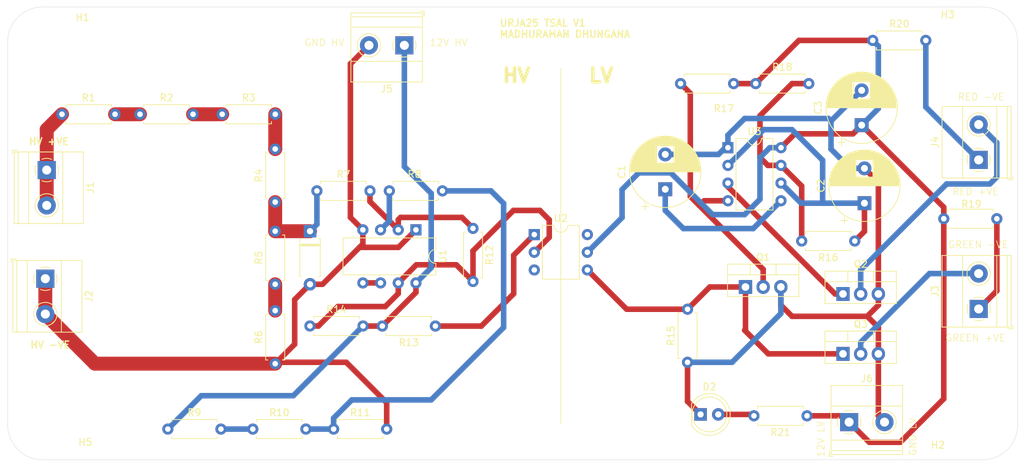
<source format=kicad_pcb>
(kicad_pcb (version 20240108) (generator "pcbnew") (generator_version "8.0")
  (layers (0 "F.Cu" signal) (31 "B.Cu" signal) (34 "B.Paste" user) (35 "F.Paste" user) (36 "B.SilkS" user "B.Silkscreen") (37 "F.SilkS" user "F.Silkscreen") (38 "B.Mask" user) (39 "F.Mask" user) (44 "Edge.Cuts" user))
  (net 0 "")
  (net 1 "GND1")
  (net 2 "Net-(U3-CV)")
  (net 3 "Net-(U3-THR)")
  (net 4 "+12VA")
  (net 5 "HV -VE")
  (net 6 "Net-(D1-K)")
  (net 7 "HV +VE")
  (net 8 "/Green LED +Ve")
  (net 9 "/Green LED -Ve")
  (net 10 "/RED LED +VE")
  (net 11 "/RED LED -VE")
  (net 12 "+12V")
  (net 13 "Net-(Q1-D)")
  (net 14 "Net-(Q1-G)")
  (net 15 "Net-(Q2-G)")
  (net 16 "Net-(R1-Pad2)")
  (net 17 "Net-(R2-Pad2)")
  (net 18 "Net-(R3-Pad2)")
  (net 19 "Net-(R5-Pad1)")
  (net 20 "Net-(U1-+)")
  (net 21 "Net-(U1--)")
  (net 22 "Net-(R10-Pad2)")
  (net 23 "Net-(R10-Pad1)")
  (net 24 "Net-(R12-Pad2)")
  (net 25 "Net-(R13-Pad1)")
  (net 26 "Net-(U3-DIS)")
  (net 27 "Net-(U1-BAL)")
  (net 30 "Net-(D2-A)")
  (footprint "Resistor_THT:R_Axial_DIN0207_L6.3mm_D2.5mm_P7.62mm_Horizontal" (layer "F.Cu") (at 58.245 110.705)
    (property "Reference" "R2" (at 3.81 -2.37 0) (layer "F.SilkS"))
    (property "Value" "249K")
    (pad "1" thru_hole circle (at 0 0) (size 1.6 1.6) (drill 0.8) (layers "*.Cu" "*.Mask") (net 16 "Net-(R1-Pad2)"))
    (pad "2" thru_hole oval (at 7.62 0) (size 1.6 1.6) (drill 0.8) (layers "*.Cu" "*.Mask") (net 17 "Net-(R2-Pad2)"))
  )
  (footprint "Resistor_THT:R_Axial_DIN0207_L6.3mm_D2.5mm_P7.62mm_Horizontal" (layer "F.Cu") (at 62.245 155.905)
    (property "Reference" "R9" (at 3.81 -2.37 0) (layer "F.SilkS"))
    (property "Value" "75K")
    (pad "1" thru_hole circle (at 0 0) (size 1.6 1.6) (drill 0.8) (layers "*.Cu" "*.Mask") (net 12 "+12V"))
    (pad "2" thru_hole oval (at 7.62 0) (size 1.6 1.6) (drill 0.8) (layers "*.Cu" "*.Mask") (net 23 "Net-(R10-Pad1)"))
  )
  (footprint "Resistor_THT:R_Axial_DIN0207_L6.3mm_D2.5mm_P7.62mm_Horizontal" (layer "F.Cu") (at 86.045 155.905)
    (property "Reference" "R11" (at 3.81 -2.37 0) (layer "F.SilkS"))
    (property "Value" "900")
    (pad "1" thru_hole circle (at 0 0) (size 1.6 1.6) (drill 0.8) (layers "*.Cu" "*.Mask") (net 22 "Net-(R10-Pad2)"))
    (pad "2" thru_hole oval (at 7.62 0) (size 1.6 1.6) (drill 0.8) (layers "*.Cu" "*.Mask") (net 5 "HV -VE"))
  )
  (footprint "MountingHole:MountingHole_4.3mm_M4" (layer "F.Cu") (at 179.390534 155.369466)
    (property "Reference" "H2" (at -6.590534 2.830534 0) (layer "F.SilkS"))
    (property "Value" "MountingHole")
    (pad "" np_thru_hole circle (at 0 0) (size 4.3 4.3) (drill 4.3) (layers "*.Cu" "*.Mask"))
  )
  (footprint "MountingHole:MountingHole_4.3mm_M4" (layer "F.Cu") (at 44.190534 100.169466)
    (property "Reference" "H1" (at 5.809466 -3.369466 0) (layer "F.SilkS"))
    (property "Value" "MountingHole")
    (pad "" np_thru_hole circle (at 0 0) (size 4.3 4.3) (drill 4.3) (layers "*.Cu" "*.Mask"))
  )
  (footprint "Package_TO_SOT_THT:TO-220-3_Vertical" (layer "F.Cu") (at 145.175 135.505)
    (property "Reference" "Q1" (at 2.54 -4.27 0) (layer "F.SilkS"))
    (property "Value" "IRLZ44N")
    (pad "1" thru_hole rect (at 0 0) (size 1.905 2) (drill 1.1) (layers "*.Cu" "*.Mask") (net 14 "Net-(Q1-G)"))
    (pad "2" thru_hole oval (at 2.54 0) (size 1.905 2) (drill 1.1) (layers "*.Cu" "*.Mask") (net 13 "Net-(Q1-D)"))
    (pad "3" thru_hole oval (at 5.08 0) (size 1.905 2) (drill 1.1) (layers "*.Cu" "*.Mask") (net 1 "GND1"))
  )
  (footprint "Resistor_THT:R_Axial_DIN0207_L6.3mm_D2.5mm_P7.62mm_Horizontal" (layer "F.Cu") (at 100.655 141.115 180)
    (property "Reference" "R13" (at 3.81 -2.37 0) (layer "F.SilkS"))
    (property "Value" "2k2")
    (pad "1" thru_hole circle (at 0 0 180) (size 1.6 1.6) (drill 0.8) (layers "*.Cu" "*.Mask") (net 25 "Net-(R13-Pad1)"))
    (pad "2" thru_hole oval (at 7.62 0 180) (size 1.6 1.6) (drill 0.8) (layers "*.Cu" "*.Mask") (net 12 "+12V"))
  )
  (footprint "Capacitor_THT:CP_Radial_D10.0mm_P5.00mm" (layer "F.Cu") (at 133.655 121.472677 90)
    (property "Reference" "C1" (at 2.5 -6.25 90) (layer "F.SilkS"))
    (property "Value" "100nf")
    (pad "1" thru_hole rect (at 0 0 90) (size 2 2) (drill 1) (layers "*.Cu" "*.Mask") (net 2 "Net-(U3-CV)"))
    (pad "2" thru_hole circle (at 5 0 90) (size 2 2) (drill 1) (layers "*.Cu" "*.Mask") (net 1 "GND1"))
  )
  (footprint "Resistor_THT:R_Axial_DIN0207_L6.3mm_D2.5mm_P7.62mm_Horizontal" (layer "F.Cu") (at 77.655 146.515 90)
    (property "Reference" "R6" (at 3.81 -2.37 90) (layer "F.SilkS"))
    (property "Value" "49K9")
    (pad "1" thru_hole circle (at 0 0 90) (size 1.6 1.6) (drill 0.8) (layers "*.Cu" "*.Mask") (net 5 "HV -VE"))
    (pad "2" thru_hole oval (at 7.62 0 90) (size 1.6 1.6) (drill 0.8) (layers "*.Cu" "*.Mask") (net 19 "Net-(R5-Pad1)"))
  )
  (footprint "TerminalBlock_Phoenix:TerminalBlock_Phoenix_MKDS-1,5-2-5.08_1x02_P5.08mm_Horizontal" (layer "F.Cu") (at 96.2 100.81 180)
    (property "Reference" "J5" (at 2.54 -6.26 0) (layer "F.SilkS"))
    (property "Value" "Conn_01x02_Pin")
    (pad "1" thru_hole rect (at 0 0 180) (size 2.6 2.6) (drill 1.3) (layers "*.Cu" "*.Mask") (net 12 "+12V"))
    (pad "2" thru_hole circle (at 5.08 0 180) (size 2.6 2.6) (drill 1.3) (layers "*.Cu" "*.Mask") (net 5 "HV -VE"))
  )
  (footprint "Resistor_THT:R_Axial_DIN0207_L6.3mm_D2.5mm_P7.62mm_Horizontal" (layer "F.Cu") (at 143.475 106.305 180)
    (property "Reference" "R17" (at 1.41 -3.57 0) (layer "F.SilkS"))
    (property "Value" "10K")
    (pad "1" thru_hole circle (at 0 0 180) (size 1.6 1.6) (drill 0.8) (layers "*.Cu" "*.Mask") (net 4 "+12VA"))
    (pad "2" thru_hole oval (at 7.62 0 180) (size 1.6 1.6) (drill 0.8) (layers "*.Cu" "*.Mask") (net 13 "Net-(Q1-D)"))
  )
  (footprint "Capacitor_THT:CP_Radial_D10.0mm_P5.00mm" (layer "F.Cu") (at 162.255 123.472677 90)
    (property "Reference" "C2" (at 2.5 -6.25 90) (layer "F.SilkS"))
    (property "Value" "1uF")
    (pad "1" thru_hole rect (at 0 0 90) (size 2 2) (drill 1) (layers "*.Cu" "*.Mask") (net 3 "Net-(U3-THR)"))
    (pad "2" thru_hole circle (at 5 0 90) (size 2 2) (drill 1) (layers "*.Cu" "*.Mask") (net 1 "GND1"))
  )
  (footprint "Resistor_THT:R_Axial_DIN0207_L6.3mm_D2.5mm_P7.62mm_Horizontal" (layer "F.Cu") (at 77.655 123.315 90)
    (property "Reference" "R4" (at 3.81 -2.37 90) (layer "F.SilkS"))
    (property "Value" "249K")
    (pad "1" thru_hole circle (at 0 0 90) (size 1.6 1.6) (drill 0.8) (layers "*.Cu" "*.Mask") (net 6 "Net-(D1-K)"))
    (pad "2" thru_hole oval (at 7.62 0 90) (size 1.6 1.6) (drill 0.8) (layers "*.Cu" "*.Mask") (net 18 "Net-(R3-Pad2)"))
  )
  (footprint "Resistor_THT:R_Axial_DIN0207_L6.3mm_D2.5mm_P7.62mm_Horizontal" (layer "F.Cu") (at 160.865 128.905 180)
    (property "Reference" "R16" (at 3.81 -2.37 0) (layer "F.SilkS"))
    (property "Value" "220K")
    (pad "1" thru_hole circle (at 0 0 180) (size 1.6 1.6) (drill 0.8) (layers "*.Cu" "*.Mask") (net 3 "Net-(U3-THR)"))
    (pad "2" thru_hole oval (at 7.62 0 180) (size 1.6 1.6) (drill 0.8) (layers "*.Cu" "*.Mask") (net 26 "Net-(U3-DIS)"))
  )
  (footprint "Diode_THT:D_A-405_P7.62mm_Horizontal" (layer "F.Cu") (at 82.655 127.495 -90)
    (property "Reference" "D1" (hide yes))
    (property "Value" "12V")
    (pad "1" thru_hole rect (at 0 0 270) (size 1.8 1.8) (drill 0.9) (layers "*.Cu" "*.Mask") (net 6 "Net-(D1-K)"))
    (pad "2" thru_hole oval (at 7.62 0 270) (size 1.8 1.8) (drill 0.9) (layers "*.Cu" "*.Mask") (net 5 "HV -VE"))
  )
  (footprint "Resistor_THT:R_Axial_DIN0207_L6.3mm_D2.5mm_P7.62mm_Horizontal" (layer "F.Cu") (at 154.01 154 180)
    (property "Reference" "R21" (at 3.81 -2.37 0) (layer "F.SilkS"))
    (property "Value" "1K")
    (pad "1" thru_hole circle (at 0 0 180) (size 1.6 1.6) (drill 0.8) (layers "*.Cu" "*.Mask") (net 4 "+12VA"))
    (pad "2" thru_hole oval (at 7.62 0 180) (size 1.6 1.6) (drill 0.8) (layers "*.Cu" "*.Mask") (net 30 "Net-(D2-A)"))
  )
  (footprint "Package_DIP:CERDIP-8_W7.62mm_SideBrazed" (layer "F.Cu") (at 97.865 127.3 -90)
    (property "Reference" "U1" (at 3.81 -3.855 90) (layer "F.SilkS"))
    (property "Value" "LM311")
    (pad "1" thru_hole rect (at 0 0 270) (size 1.6 1.6) (drill 0.8) (layers "*.Cu" "*.Mask") (net 5 "HV -VE"))
    (pad "2" thru_hole circle (at 0 2.54 270) (size 1.6 1.6) (drill 0.8) (layers "*.Cu" "*.Mask") (net 20 "Net-(U1-+)"))
    (pad "3" thru_hole circle (at 0 5.08 270) (size 1.6 1.6) (drill 0.8) (layers "*.Cu" "*.Mask") (net 21 "Net-(U1--)"))
    (pad "4" thru_hole circle (at 0 7.62 270) (size 1.6 1.6) (drill 0.8) (layers "*.Cu" "*.Mask") (net 5 "HV -VE"))
    (pad "5" thru_hole circle (at 7.62 7.62 270) (size 1.6 1.6) (drill 0.8) (layers "*.Cu" "*.Mask") (net 27 "Net-(U1-BAL)"))
    (pad "6" thru_hole circle (at 7.62 5.08 270) (size 1.6 1.6) (drill 0.8) (layers "*.Cu" "*.Mask") (net 27 "Net-(U1-BAL)"))
    (pad "7" thru_hole circle (at 7.62 2.54 270) (size 1.6 1.6) (drill 0.8) (layers "*.Cu" "*.Mask") (net 24 "Net-(R12-Pad2)"))
    (pad "8" thru_hole circle (at 7.62 0 270) (size 1.6 1.6) (drill 0.8) (layers "*.Cu" "*.Mask") (net 12 "+12V"))
  )
  (footprint "Resistor_THT:R_Axial_DIN0207_L6.3mm_D2.5mm_P7.62mm_Horizontal" (layer "F.Cu") (at 146.645 106.305)
    (property "Reference" "R18" (at 3.81 -2.37 0) (layer "F.SilkS"))
    (property "Value" "22K")
    (pad "1" thru_hole circle (at 0 0) (size 1.6 1.6) (drill 0.8) (layers "*.Cu" "*.Mask") (net 4 "+12VA"))
    (pad "2" thru_hole oval (at 7.62 0) (size 1.6 1.6) (drill 0.8) (layers "*.Cu" "*.Mask") (net 26 "Net-(U3-DIS)"))
  )
  (footprint "Package_DIP:DIP-8_W7.62mm" (layer "F.Cu") (at 142.655 115.505)
    (property "Reference" "U3" (at 3.81 -2.33 0) (layer "F.SilkS"))
    (property "Value" "NE555P")
    (pad "1" thru_hole rect (at 0 0) (size 1.6 1.6) (drill 0.8) (layers "*.Cu" "*.Mask") (net 1 "GND1"))
    (pad "2" thru_hole oval (at 0 2.54) (size 1.6 1.6) (drill 0.8) (layers "*.Cu" "*.Mask") (net 3 "Net-(U3-THR)"))
    (pad "3" thru_hole oval (at 0 5.08) (size 1.6 1.6) (drill 0.8) (layers "*.Cu" "*.Mask") (net 15 "Net-(Q2-G)"))
    (pad "4" thru_hole oval (at 0 7.62) (size 1.6 1.6) (drill 0.8) (layers "*.Cu" "*.Mask") (net 13 "Net-(Q1-D)"))
    (pad "5" thru_hole oval (at 7.62 7.62) (size 1.6 1.6) (drill 0.8) (layers "*.Cu" "*.Mask") (net 2 "Net-(U3-CV)"))
    (pad "6" thru_hole oval (at 7.62 5.08) (size 1.6 1.6) (drill 0.8) (layers "*.Cu" "*.Mask") (net 3 "Net-(U3-THR)"))
    (pad "7" thru_hole oval (at 7.62 2.54) (size 1.6 1.6) (drill 0.8) (layers "*.Cu" "*.Mask") (net 26 "Net-(U3-DIS)"))
    (pad "8" thru_hole oval (at 7.62 0) (size 1.6 1.6) (drill 0.8) (layers "*.Cu" "*.Mask") (net 4 "+12VA"))
  )
  (footprint "Package_TO_SOT_THT:TO-220-3_Vertical" (layer "F.Cu") (at 159.175 145.105)
    (property "Reference" "Q3" (at 2.54 -4.27 0) (layer "F.SilkS"))
    (property "Value" "IRLZ44N")
    (pad "1" thru_hole rect (at 0 0) (size 1.905 2) (drill 1.1) (layers "*.Cu" "*.Mask") (net 14 "Net-(Q1-G)"))
    (pad "2" thru_hole oval (at 2.54 0) (size 1.905 2) (drill 1.1) (layers "*.Cu" "*.Mask") (net 9 "/Green LED -Ve"))
    (pad "3" thru_hole oval (at 5.08 0) (size 1.905 2) (drill 1.1) (layers "*.Cu" "*.Mask") (net 1 "GND1"))
  )
  (footprint "TerminalBlock_Phoenix:TerminalBlock_Phoenix_MKDS-1,5-2-5.08_1x02_P5.08mm_Horizontal" (layer "F.Cu") (at 160.055 154.905)
    (property "Reference" "J6" (at 2.54 -6.26 0) (layer "F.SilkS"))
    (property "Value" "Conn_01x02_Pin")
    (pad "1" thru_hole rect (at 0 0) (size 2.6 2.6) (drill 1.3) (layers "*.Cu" "*.Mask") (net 4 "+12VA"))
    (pad "2" thru_hole circle (at 5.08 0) (size 2.6 2.6) (drill 1.3) (layers "*.Cu" "*.Mask") (net 1 "GND1"))
  )
  (footprint "Package_DIP:DIP-6_W7.62mm" (layer "F.Cu") (at 114.855 127.98)
    (property "Reference" "U2" (at 3.81 -2.33 0) (layer "F.SilkS"))
    (property "Value" "4N35")
    (pad "1" thru_hole rect (at 0 0) (size 1.6 1.6) (drill 0.8) (layers "*.Cu" "*.Mask") (net 25 "Net-(R13-Pad1)"))
    (pad "2" thru_hole oval (at 0 2.54) (size 1.6 1.6) (drill 0.8) (layers "*.Cu" "*.Mask") (net 24 "Net-(R12-Pad2)"))
    (pad "3" thru_hole oval (at 0 5.08) (size 1.6 1.6) (drill 0.8) (layers "*.Cu" "*.Mask"))
    (pad "4" thru_hole oval (at 7.62 5.08) (size 1.6 1.6) (drill 0.8) (layers "*.Cu" "*.Mask") (net 14 "Net-(Q1-G)"))
    (pad "5" thru_hole oval (at 7.62 2.54) (size 1.6 1.6) (drill 0.8) (layers "*.Cu" "*.Mask") (net 4 "+12VA"))
    (pad "6" thru_hole oval (at 7.62 0) (size 1.6 1.6) (drill 0.8) (layers "*.Cu" "*.Mask"))
  )
  (footprint "LED_THT:LED_D5.0mm" (layer "F.Cu") (at 138.725 153.8)
    (property "Reference" "D2" (at 1.27 -3.96 0) (layer "F.SilkS"))
    (property "Value" "LED")
    (pad "1" thru_hole rect (at 0 0) (size 1.8 1.8) (drill 0.9) (layers "*.Cu" "*.Mask") (net 1 "GND1"))
    (pad "2" thru_hole circle (at 2.54 0) (size 1.8 1.8) (drill 0.9) (layers "*.Cu" "*.Mask") (net 30 "Net-(D2-A)"))
  )
  (footprint "Resistor_THT:R_Axial_DIN0207_L6.3mm_D2.5mm_P7.62mm_Horizontal" (layer "F.Cu") (at 173.645 125.705)
    (property "Reference" "R19" (at 3.955 -2.105 0) (layer "F.SilkS"))
    (property "Value" "100")
    (pad "1" thru_hole circle (at 0 0) (size 1.6 1.6) (drill 0.8) (layers "*.Cu" "*.Mask") (net 4 "+12VA"))
    (pad "2" thru_hole oval (at 7.62 0) (size 1.6 1.6) (drill 0.8) (layers "*.Cu" "*.Mask") (net 8 "/Green LED +Ve"))
  )
  (footprint "MountingHole:MountingHole_4.3mm_M4" (layer "F.Cu") (at 44.190534 155.369466)
    (property "Reference" "H5" (at 6.209466 2.430534 0) (layer "F.SilkS"))
    (property "Value" "MountingHole")
    (pad "" np_thru_hole circle (at 0 0) (size 4.3 4.3) (drill 4.3) (layers "*.Cu" "*.Mask"))
  )
  (footprint "Resistor_THT:R_Axial_DIN0207_L6.3mm_D2.5mm_P7.62mm_Horizontal" (layer "F.Cu") (at 163.445 100.105)
    (property "Reference" "R20" (at 3.81 -2.37 0) (layer "F.SilkS"))
    (property "Value" "100")
    (pad "1" thru_hole circle (at 0 0) (size 1.6 1.6) (drill 0.8) (layers "*.Cu" "*.Mask") (net 4 "+12VA"))
    (pad "2" thru_hole oval (at 7.62 0) (size 1.6 1.6) (drill 0.8) (layers "*.Cu" "*.Mask") (net 10 "/RED LED +VE"))
  )
  (footprint "Resistor_THT:R_Axial_DIN0207_L6.3mm_D2.5mm_P7.62mm_Horizontal" (layer "F.Cu") (at 77.655 135.115 90)
    (property "Reference" "R5" (at 3.81 -2.37 90) (layer "F.SilkS"))
    (property "Value" "49K9")
    (pad "1" thru_hole circle (at 0 0 90) (size 1.6 1.6) (drill 0.8) (layers "*.Cu" "*.Mask") (net 19 "Net-(R5-Pad1)"))
    (pad "2" thru_hole oval (at 7.62 0 90) (size 1.6 1.6) (drill 0.8) (layers "*.Cu" "*.Mask") (net 6 "Net-(D1-K)"))
  )
  (footprint "TerminalBlock_Phoenix:TerminalBlock_Phoenix_MKDS-1,5-2-5.08_1x02_P5.08mm_Horizontal" (layer "F.Cu") (at 178.655 117.26 90)
    (property "Reference" "J4" (at 2.54 -6.26 90) (layer "F.SilkS"))
    (property "Value" "Conn_01x02_Pin")
    (pad "1" thru_hole rect (at 0 0 90) (size 2.6 2.6) (drill 1.3) (layers "*.Cu" "*.Mask") (net 10 "/RED LED +VE"))
    (pad "2" thru_hole circle (at 5.08 0 90) (size 2.6 2.6) (drill 1.3) (layers "*.Cu" "*.Mask") (net 11 "/RED LED -VE"))
  )
  (footprint "Capacitor_THT:CP_Radial_D10.0mm_P5.00mm" (layer "F.Cu") (at 161.855 112.272677 90)
    (property "Reference" "C3" (at 2.5 -6.25 90) (layer "F.SilkS"))
    (property "Value" "100nF")
    (pad "1" thru_hole rect (at 0 0 90) (size 2 2) (drill 1) (layers "*.Cu" "*.Mask") (net 4 "+12VA"))
    (pad "2" thru_hole circle (at 5 0 90) (size 2 2) (drill 1) (layers "*.Cu" "*.Mask") (net 1 "GND1"))
  )
  (footprint "Resistor_THT:R_Axial_DIN0207_L6.3mm_D2.5mm_P7.62mm_Horizontal" (layer "F.Cu") (at 74.445 155.905)
    (property "Reference" "R10" (at 3.81 -2.37 0) (layer "F.SilkS"))
    (property "Value" "24K")
    (pad "1" thru_hole circle (at 0 0) (size 1.6 1.6) (drill 0.8) (layers "*.Cu" "*.Mask") (net 23 "Net-(R10-Pad1)"))
    (pad "2" thru_hole oval (at 7.62 0) (size 1.6 1.6) (drill 0.8) (layers "*.Cu" "*.Mask") (net 22 "Net-(R10-Pad2)"))
  )
  (footprint "TerminalBlock_Phoenix:TerminalBlock_Phoenix_MKDS-1,5-2-5.08_1x02_P5.08mm_Horizontal" (layer "F.Cu") (at 178.655 138.66 90)
    (property "Reference" "J3" (at 2.54 -6.26 90) (layer "F.SilkS"))
    (property "Value" "Conn_01x02_Pin")
    (pad "1" thru_hole rect (at 0 0 90) (size 2.6 2.6) (drill 1.3) (layers "*.Cu" "*.Mask") (net 8 "/Green LED +Ve"))
    (pad "2" thru_hole circle (at 5.08 0 90) (size 2.6 2.6) (drill 1.3) (layers "*.Cu" "*.Mask") (net 9 "/Green LED -Ve"))
  )
  (footprint "Resistor_THT:R_Axial_DIN0207_L6.3mm_D2.5mm_P7.62mm_Horizontal" (layer "F.Cu") (at 82.645 141.105)
    (property "Reference" "R14" (at 3.81 -2.37 0) (layer "F.SilkS"))
    (property "Value" "10K")
    (pad "1" thru_hole circle (at 0 0) (size 1.6 1.6) (drill 0.8) (layers "*.Cu" "*.Mask") (net 24 "Net-(R12-Pad2)"))
    (pad "2" thru_hole oval (at 7.62 0) (size 1.6 1.6) (drill 0.8) (layers "*.Cu" "*.Mask") (net 12 "+12V"))
  )
  (footprint "Resistor_THT:R_Axial_DIN0207_L6.3mm_D2.5mm_P7.62mm_Horizontal" (layer "F.Cu") (at 101.665 121.705 180)
    (property "Reference" "R8" (at 4.01 2.4 0) (layer "F.SilkS"))
    (property "Value" "10K")
    (pad "1" thru_hole circle (at 0 0 180) (size 1.6 1.6) (drill 0.8) (layers "*.Cu" "*.Mask") (net 22 "Net-(R10-Pad2)"))
    (pad "2" thru_hole oval (at 7.62 0 180) (size 1.6 1.6) (drill 0.8) (layers "*.Cu" "*.Mask") (net 21 "Net-(U1--)"))
  )
  (footprint "Resistor_THT:R_Axial_DIN0207_L6.3mm_D2.5mm_P7.62mm_Horizontal" (layer "F.Cu") (at 106.055 127.095 -90)
    (property "Reference" "R12" (at 3.81 -2.37 90) (layer "F.SilkS"))
    (property "Value" "1M")
    (pad "1" thru_hole circle (at 0 0 270) (size 1.6 1.6) (drill 0.8) (layers "*.Cu" "*.Mask") (net 20 "Net-(U1-+)"))
    (pad "2" thru_hole oval (at 7.62 0 270) (size 1.6 1.6) (drill 0.8) (layers "*.Cu" "*.Mask") (net 24 "Net-(R12-Pad2)"))
  )
  (footprint "MountingHole:MountingHole_4.3mm_M4" (layer "F.Cu") (at 178.990534 100.369466)
    (property "Reference" "H3" (at -4.790534 -3.969466 0) (layer "F.SilkS"))
    (property "Value" "MountingHole")
    (pad "" np_thru_hole circle (at 0 0) (size 4.3 4.3) (drill 4.3) (layers "*.Cu" "*.Mask"))
  )
  (footprint "TerminalBlock_Phoenix:TerminalBlock_Phoenix_MKDS-1,5-2-5.08_1x02_P5.08mm_Horizontal" (layer "F.Cu") (at 44.655 134.315 -90)
    (property "Reference" "J2" (at 2.54 -6.26 90) (layer "F.SilkS"))
    (property "Value" "Conn_01x02_Pin")
    (pad "1" thru_hole rect (at 0 0 270) (size 2.6 2.6) (drill 1.3) (layers "*.Cu" "*.Mask") (net 5 "HV -VE"))
    (pad "2" thru_hole circle (at 5.08 0 270) (size 2.6 2.6) (drill 1.3) (layers "*.Cu" "*.Mask") (net 5 "HV -VE"))
  )
  (footprint "Resistor_THT:R_Axial_DIN0207_L6.3mm_D2.5mm_P7.62mm_Horizontal" (layer "F.Cu") (at 83.645 121.705)
    (property "Reference" "R7" (at 3.81 -2.37 0) (layer "F.SilkS"))
    (property "Value" "100")
    (pad "1" thru_hole circle (at 0 0) (size 1.6 1.6) (drill 0.8) (layers "*.Cu" "*.Mask") (net 6 "Net-(D1-K)"))
    (pad "2" thru_hole oval (at 7.62 0) (size 1.6 1.6) (drill 0.8) (layers "*.Cu" "*.Mask") (net 20 "Net-(U1-+)"))
  )
  (footprint "Resistor_THT:R_Axial_DIN0207_L6.3mm_D2.5mm_P7.62mm_Horizontal" (layer "F.Cu") (at 70.045 110.705)
    (property "Reference" "R3" (at 3.81 -2.37 0) (layer "F.SilkS"))
    (property "Value" "249K")
    (pad "1" thru_hole circle (at 0 0) (size 1.6 1.6) (drill 0.8) (layers "*.Cu" "*.Mask") (net 17 "Net-(R2-Pad2)"))
    (pad "2" thru_hole oval (at 7.62 0) (size 1.6 1.6) (drill 0.8) (layers "*.Cu" "*.Mask") (net 18 "Net-(R3-Pad2)"))
  )
  (footprint "Package_TO_SOT_THT:TO-220-3_Vertical" (layer "F.Cu") (at 159.175 136.505)
    (property "Reference" "Q2" (at 2.54 -4.27 0) (layer "F.SilkS"))
    (property "Value" "IRLZ44N")
    (pad "1" thru_hole rect (at 0 0) (size 1.905 2) (drill 1.1) (layers "*.Cu" "*.Mask") (net 15 "Net-(Q2-G)"))
    (pad "2" thru_hole oval (at 2.54 0) (size 1.905 2) (drill 1.1) (layers "*.Cu" "*.Mask") (net 11 "/RED LED -VE"))
    (pad "3" thru_hole oval (at 5.08 0) (size 1.905 2) (drill 1.1) (layers "*.Cu" "*.Mask") (net 1 "GND1"))
  )
  (footprint "Resistor_THT:R_Axial_DIN0207_L6.3mm_D2.5mm_P7.62mm_Horizontal" (layer "F.Cu") (at 47.045 110.705)
    (property "Reference" "R1" (at 3.81 -2.37 0) (layer "F.SilkS"))
    (property "Value" "249K")
    (pad "1" thru_hole circle (at 0 0) (size 1.6 1.6) (drill 0.8) (layers "*.Cu" "*.Mask") (net 7 "HV +VE"))
    (pad "2" thru_hole oval (at 7.62 0) (size 1.6 1.6) (drill 0.8) (layers "*.Cu" "*.Mask") (net 16 "Net-(R1-Pad2)"))
  )
  (footprint "Resistor_THT:R_Axial_DIN0207_L6.3mm_D2.5mm_P7.62mm_Horizontal" (layer "F.Cu") (at 136.855 146.315 90)
    (property "Reference" "R15" (at 3.81 -2.37 90) (layer "F.SilkS"))
    (property "Value" "10K")
    (pad "1" thru_hole circle (at 0 0 90) (size 1.6 1.6) (drill 0.8) (layers "*.Cu" "*.Mask") (net 1 "GND1"))
    (pad "2" thru_hole oval (at 7.62 0 90) (size 1.6 1.6) (drill 0.8) (layers "*.Cu" "*.Mask") (net 14 "Net-(Q1-G)"))
  )
  (footprint "TerminalBlock_Phoenix:TerminalBlock_Phoenix_MKDS-1,5-2-5.08_1x02_P5.08mm_Horizontal" (layer "F.Cu") (at 44.855 118.715 -90)
    (property "Reference" "J1" (at 2.54 -6.26 90) (layer "F.SilkS"))
    (property "Value" "Conn_01x02_Pin")
    (pad "1" thru_hole rect (at 0 0 270) (size 2.6 2.6) (drill 1.3) (layers "*.Cu" "*.Mask") (net 7 "HV +VE"))
    (pad "2" thru_hole circle (at 5.08 0 270) (size 2.6 2.6) (drill 1.3) (layers "*.Cu" "*.Mask") (net 7 "HV +VE"))
  )
  (gr_line (start 118.655 130.305) (end 118.655 155.105) (stroke (width 0.1)) (layer "F.SilkS"))
  (gr_line (start 118.655 130.305) (end 118.655 104.105) (stroke (width 0.1)) (layer "F.SilkS"))
  (gr_line (start 184.255 100.305) (end 184.255 155.305) (stroke (width 0.05)) (layer "Edge.Cuts"))
  (gr_arc (start 39.255 100.305) (mid 40.719466 96.769466) (end 44.255 95.305) (stroke (width 0.05)) (layer "Edge.Cuts"))
  (gr_line (start 44.255 95.305) (end 179.255 95.305) (stroke (width 0.05)) (layer "Edge.Cuts"))
  (gr_arc (start 179.255 95.305) (mid 182.790534 96.769466) (end 184.255 100.305) (stroke (width 0.05)) (layer "Edge.Cuts"))
  (gr_line (start 39.255 100.305) (end 39.255 155.305) (stroke (width 0.05)) (layer "Edge.Cuts"))
  (gr_arc (start 44.255 160.305) (mid 40.719466 158.840534) (end 39.255 155.305) (stroke (width 0.05)) (layer "Edge.Cuts"))
  (gr_arc (start 184.255 155.305) (mid 182.790534 158.840534) (end 179.255 160.305) (stroke (width 0.05)) (layer "Edge.Cuts"))
  (gr_line (start 44.255 160.305) (end 179.255 160.305) (stroke (width 0.05)) (layer "Edge.Cuts"))
  (gr_text "GREEN -VE" (at 174.2 130 0) (layer "F.SilkS") (effects (font (size 1 1) (thickness 0.1)) (justify left bottom)))
  (gr_text "URJA25 TSAL V1 \nMADHURAMAN DHUNGANA" (at 109.8 99.8 0) (layer "F.SilkS") (effects (font (size 1 1) (thickness 0.2) (bold yes)) (justify left bottom)))
  (gr_text "12V LV" (at 156.6 160 90) (layer "F.SilkS") (effects (font (size 1 1) (thickness 0.1)) (justify left bottom)))
  (gr_text "RED -VE" (at 175.6 108.8 0) (layer "F.SilkS") (effects (font (size 1 1) (thickness 0.1)) (justify left bottom)))
  (gr_text "GND LV" (at 169.8 159.8 90) (layer "F.SilkS") (effects (font (size 1 1) (thickness 0.1)) (justify left bottom)))
  (gr_text "HV -VE" (at 42.4 144.4 0) (layer "F.SilkS") (effects (font (size 1 1) (thickness 0.2) (bold yes)) (justify left bottom)))
  (gr_text "HV\n" (at 110.055 106.305 0) (layer "F.SilkS") (effects (font (size 2 2) (thickness 0.5) (bold yes)) (justify left bottom)))
  (gr_text "HV +VE" (at 42.2 115.2 0) (layer "F.SilkS") (effects (font (size 1 1) (thickness 0.2) (bold yes)) (justify left bottom)))
  (gr_text "12V HV" (at 99.8 101 0) (layer "F.SilkS") (effects (font (size 1 1) (thickness 0.1)) (justify left bottom)))
  (gr_text "GREEN +VE" (at 173.8 143.4 0) (layer "F.SilkS") (effects (font (size 1 1) (thickness 0.1)) (justify left bottom)))
  (gr_text "RED +VE" (at 174.8 122.4 0) (layer "F.SilkS") (effects (font (size 1 1) (thickness 0.1)) (justify left bottom)))
  (gr_text "LV\n" (at 122.455 106.305 0) (layer "F.SilkS") (effects (font (size 2 2) (thickness 0.5) (bold yes)) (justify left bottom)))
  (gr_text "GND HV" (at 81.8 101 0) (layer "F.SilkS") (effects (font (size 1 1) (thickness 0.1)) (justify left bottom)))
  (segment (start 162.255 118.472677) (end 164.255 120.472677) (width 0.8) (layer "F.Cu") (net 1))
  (segment (start 164.255 145.105) (end 164.255 154.025) (width 0.8) (layer "F.Cu") (net 1))
  (segment (start 151.855 139.715) (end 162.655 139.715) (width 0.8) (layer "F.Cu") (net 1))
  (segment (start 164.255 120.472677) (end 164.255 136.505) (width 0.8) (layer "F.Cu") (net 1))
  (segment (start 162.655 139.715) (end 164.255 138.115) (width 0.8) (layer "F.Cu") (net 1))
  (segment (start 164.255 154.025) (end 165.135 154.905) (width 0.8) (layer "F.Cu") (net 1))
  (segment (start 150.255 138.115) (end 151.855 139.715) (width 0.8) (layer "F.Cu") (net 1))
  (segment (start 164.255 145.105) (end 164.255 141.315) (width 0.8) (layer "F.Cu") (net 1))
  (segment (start 136.855 146.315) (end 136.855 151.93) (width 0.8) (layer "F.Cu") (net 1))
  (segment (start 136.855 151.93) (end 138.725 153.8) (width 0.8) (layer "F.Cu") (net 1))
  (segment (start 150.255 135.505) (end 150.255 138.115) (width 0.8) (layer "F.Cu") (net 1))
  (segment (start 164.255 141.315) (end 162.655 139.715) (width 0.8) (layer "F.Cu") (net 1))
  (segment (start 164.255 138.115) (end 164.255 136.505) (width 0.8) (layer "F.Cu") (net 1))
  (segment (start 142.655 113.715) (end 145.055 111.315) (width 0.8) (layer "B.Cu") (net 1))
  (segment (start 142.655 115.505) (end 142.265 115.505) (width 0.8) (layer "B.Cu") (net 1))
  (segment (start 136.855 146.315) (end 143.255 146.315) (width 0.8) (layer "B.Cu") (net 1))
  (segment (start 145.055 111.315) (end 157.097323 111.315) (width 0.8) (layer "B.Cu") (net 1))
  (segment (start 141.297323 116.472677) (end 133.655 116.472677) (width 0.8) (layer "B.Cu") (net 1))
  (segment (start 142.265 115.505) (end 141.297323 116.472677) (width 0.8) (layer "B.Cu") (net 1))
  (segment (start 150.255 139.315) (end 150.255 135.505) (width 0.8) (layer "B.Cu") (net 1))
  (segment (start 157.455 115.715) (end 160.212677 118.472677) (width 0.8) (layer "B.Cu") (net 1))
  (segment (start 160.212677 118.472677) (end 162.255 118.472677) (width 0.8) (layer "B.Cu") (net 1))
  (segment (start 157.455 111.672677) (end 157.455 115.715) (width 0.8) (layer "B.Cu") (net 1))
  (segment (start 161.855 107.272677) (end 157.455 111.672677) (width 0.8) (layer "B.Cu") (net 1))
  (segment (start 142.655 115.505) (end 142.655 113.715) (width 0.8) (layer "B.Cu") (net 1))
  (segment (start 157.097323 111.315) (end 157.455 111.672677) (width 0.8) (layer "B.Cu") (net 1))
  (segment (start 143.255 146.315) (end 150.255 139.315) (width 0.8) (layer "B.Cu") (net 1))
  (segment (start 133.655 121.472677) (end 133.655 124.515) (width 0.8) (layer "B.Cu") (net 2))
  (segment (start 136.255 127.115) (end 146.285 127.115) (width 0.8) (layer "B.Cu") (net 2))
  (segment (start 146.285 127.115) (end 150.275 123.125) (width 0.8) (layer "B.Cu") (net 2))
  (segment (start 133.655 124.515) (end 136.255 127.115) (width 0.8) (layer "B.Cu") (net 2))
  (segment (start 162.255 123.472677) (end 162.255 127.515) (width 0.8) (layer "F.Cu") (net 3))
  (segment (start 162.255 127.515) (end 160.865 128.905) (width 0.8) (layer "F.Cu") (net 3))
  (segment (start 162.255 123.472677) (end 156.255 123.472677) (width 0.8) (layer "B.Cu") (net 3))
  (segment (start 156.255 117.315) (end 151.855 112.915) (width 0.8) (layer "B.Cu") (net 3))
  (segment (start 153.162677 123.472677) (end 150.275 120.585) (width 0.8) (layer "B.Cu") (net 3))
  (segment (start 156.255 123.472677) (end 153.162677 123.472677) (width 0.8) (layer "B.Cu") (net 3))
  (segment (start 147.785 112.915) (end 142.655 118.045) (width 0.8) (layer "B.Cu") (net 3))
  (segment (start 151.855 112.915) (end 147.785 112.915) (width 0.8) (layer "B.Cu") (net 3))
  (segment (start 156.255 123.472677) (end 156.255 117.315) (width 0.8) (layer "B.Cu") (net 3))
  (segment (start 160.612677 113.515) (end 152.265 113.515) (width 0.8) (layer "F.Cu") (net 4))
  (segment (start 173.645 125.705) (end 173.645 151.555) (width 0.8) (layer "F.Cu") (net 4))
  (segment (start 173.645 124.062677) (end 161.855 112.272677) (width 0.8) (layer "F.Cu") (net 4))
  (segment (start 167.4 157.8) (end 162.95 157.8) (width 0.8) (layer "F.Cu") (net 4))
  (segment (start 152.265 113.515) (end 150.275 115.505) (width 0.8) (layer "F.Cu") (net 4))
  (segment (start 161.855 112.272677) (end 160.612677 113.515) (width 0.8) (layer "F.Cu") (net 4))
  (segment (start 154.01 154) (end 159.15 154) (width 0.8) (layer "F.Cu") (net 4))
  (segment (start 173.645 151.555) (end 167.4 157.8) (width 0.8) (layer "F.Cu") (net 4))
  (segment (start 143.475 106.305) (end 146.645 106.305) (width 0.8) (layer "F.Cu") (net 4))
  (segment (start 146.645 106.305) (end 152.845 100.105) (width 0.8) (layer "F.Cu") (net 4))
  (segment (start 173.645 125.705) (end 173.645 124.062677) (width 0.8) (layer "F.Cu") (net 4))
  (segment (start 162.95 157.8) (end 160.055 154.905) (width 0.8) (layer "F.Cu") (net 4))
  (segment (start 152.845 100.105) (end 163.445 100.105) (width 0.8) (layer "F.Cu") (net 4))
  (segment (start 159.15 154) (end 160.055 154.905) (width 0.8) (layer "F.Cu") (net 4))
  (segment (start 129.855 119.115) (end 134.455 119.115) (width 0.8) (layer "B.Cu") (net 4))
  (segment (start 148.665 115.505) (end 150.275 115.505) (width 0.8) (layer "B.Cu") (net 4))
  (segment (start 147.255 122.915) (end 147.255 116.915) (width 0.8) (layer "B.Cu") (net 4))
  (segment (start 147.255 116.915) (end 148.665 115.505) (width 0.8) (layer "B.Cu") (net 4))
  (segment (start 164.244999 100.904999) (end 164.244999 109.882678) (width 0.8) (layer "B.Cu") (net 4))
  (segment (start 127.455 125.54) (end 127.455 121.515) (width 0.8) (layer "B.Cu") (net 4))
  (segment (start 145.055 125.115) (end 147.255 122.915) (width 0.8) (layer "B.Cu") (net 4))
  (segment (start 164.244999 109.882678) (end 161.855 112.272677) (width 0.8) (layer "B.Cu") (net 4))
  (segment (start 163.445 100.105) (end 164.244999 100.904999) (width 0.8) (layer "B.Cu") (net 4))
  (segment (start 140.455 125.115) (end 145.055 125.115) (width 0.8) (layer "B.Cu") (net 4))
  (segment (start 134.455 119.115) (end 140.455 125.115) (width 0.8) (layer "B.Cu") (net 4))
  (segment (start 122.475 130.52) (end 127.455 125.54) (width 0.8) (layer "B.Cu") (net 4))
  (segment (start 127.455 121.515) (end 129.855 119.115) (width 0.8) (layer "B.Cu") (net 4))
  (segment (start 44.655 139.395) (end 44.655 134.315) (width 2) (layer "F.Cu") (net 5))
  (segment (start 82.655 135.115) (end 80.455 137.315) (width 0.8) (layer "F.Cu") (net 5))
  (segment (start 89.755 129.815) (end 84.455 135.115) (width 0.8) (layer "F.Cu") (net 5))
  (segment (start 97.865 127.3) (end 95.35 129.815) (width 0.8) (layer "F.Cu") (net 5))
  (segment (start 77.655 146.515) (end 51.775 146.515) (width 2) (layer "F.Cu") (net 5))
  (segment (start 88.455 125.51) (end 90.245 127.3) (width 0.8) (layer "F.Cu") (net 5))
  (segment (start 88.455 103.475) (end 88.455 125.51) (width 0.8) (layer "F.Cu") (net 5))
  (segment (start 84.455 135.115) (end 82.655 135.115) (width 0.8) (layer "F.Cu") (net 5))
  (segment (start 95.35 129.815) (end 89.755 129.815) (width 0.8) (layer "F.Cu") (net 5))
  (segment (start 80.455 137.315) (end 80.455 143.715) (width 0.8) (layer "F.Cu") (net 5))
  (segment (start 90.245 127.3) (end 90.245 129.325) (width 0.8) (layer "F.Cu") (net 5))
  (segment (start 87.855 146.315) (end 77.855 146.315) (width 0.8) (layer "F.Cu") (net 5))
  (segment (start 80.455 143.715) (end 77.655 146.515) (width 0.8) (layer "F.Cu") (net 5))
  (segment (start 91.12 100.81) (end 88.455 103.475) (width 0.8) (layer "F.Cu") (net 5))
  (segment (start 51.775 146.515) (end 44.655 139.395) (width 2) (layer "F.Cu") (net 5))
  (segment (start 93.665 155.905) (end 93.665 152.125) (width 0.8) (layer "F.Cu") (net 5))
  (segment (start 93.665 152.125) (end 87.855 146.315) (width 0.8) (layer "F.Cu") (net 5))
  (segment (start 90.245 129.325) (end 89.755 129.815) (width 0.8) (layer "F.Cu") (net 5))
  (segment (start 77.855 146.315) (end 77.655 146.515) (width 0.8) (layer "F.Cu") (net 5))
  (segment (start 77.655 127.495) (end 82.655 127.495) (width 2) (layer "F.Cu") (net 6))
  (segment (start 77.655 123.315) (end 77.655 127.495) (width 2) (layer "F.Cu") (net 6))
  (segment (start 83.645 121.705) (end 83.645 126.505) (width 0.8) (layer "B.Cu") (net 6))
  (segment (start 83.645 126.505) (end 82.655 127.495) (width 0.8) (layer "B.Cu") (net 6))
  (segment (start 44.855 118.715) (end 44.855 112.895) (width 2) (layer "F.Cu") (net 7))
  (segment (start 44.855 112.895) (end 47.045 110.705) (width 2) (layer "F.Cu") (net 7))
  (segment (start 44.855 123.795) (end 44.855 118.715) (width 2) (layer "F.Cu") (net 7))
  (segment (start 181.265 136.05) (end 181.265 125.705) (width 0.8) (layer "F.Cu") (net 8))
  (segment (start 178.655 138.66) (end 181.265 136.05) (width 0.8) (layer "F.Cu") (net 8))
  (segment (start 178.655 133.58) (end 171.59 133.58) (width 0.8) (layer "B.Cu") (net 9))
  (segment (start 161.715 143.455) (end 161.715 145.105) (width 0.8) (layer "B.Cu") (net 9))
  (segment (start 171.59 133.58) (end 161.715 143.455) (width 0.8) (layer "B.Cu") (net 9))
  (segment (start 171.065 109.67) (end 178.655 117.26) (width 0.8) (layer "B.Cu") (net 10))
  (segment (start 171.065 100.105) (end 171.065 109.67) (width 0.8) (layer "B.Cu") (net 10))
  (segment (start 180.255 120.715) (end 181.255 119.715) (width 0.8) (layer "B.Cu") (net 11))
  (segment (start 161.715 133.055) (end 174.055 120.715) (width 0.8) (layer "B.Cu") (net 11))
  (segment (start 161.715 136.505) (end 161.715 133.055) (width 0.8) (layer "B.Cu") (net 11))
  (segment (start 174.055 120.715) (end 180.255 120.715) (width 0.8) (layer "B.Cu") (net 11))
  (segment (start 181.255 114.78) (end 178.655 112.18) (width 0.8) (layer "B.Cu") (net 11))
  (segment (start 181.255 119.715) (end 181.255 114.78) (width 0.8) (layer "B.Cu") (net 11))
  (segment (start 97.865 136.285) (end 97.865 134.92) (width 0.8) (layer "F.Cu") (net 12))
  (segment (start 93.035 141.115) (end 97.865 136.285) (width 0.8) (layer "F.Cu") (net 12))
  (segment (start 90.275 141.115) (end 90.265 141.105) (width 0.8) (layer "F.Cu") (net 12))
  (segment (start 93.035 141.115) (end 90.275 141.115) (width 0.8) (layer "F.Cu") (net 12))
  (segment (start 96.2 118.219899) (end 100.055 122.074899) (width 0.8) (layer "B.Cu") (net 12))
  (segment (start 62.245 155.905) (end 67.035 151.115) (width 0.8) (layer "B.Cu") (net 12))
  (segment (start 67.035 151.115) (end 80.255 151.115) (width 0.8) (layer "B.Cu") (net 12))
  (segment (start 96.2 100.81) (end 96.2 118.219899) (width 0.8) (layer "B.Cu") (net 12))
  (segment (start 80.255 151.115) (end 90.265 141.105) (width 0.8) (layer "B.Cu") (net 12))
  (segment (start 100.055 122.074899) (end 100.055 132.73) (width 0.8) (layer "B.Cu") (net 12))
  (segment (start 100.055 132.73) (end 97.865 134.92) (width 0.8) (layer "B.Cu") (net 12))
  (segment (start 137.255 122.515) (end 138.555 123.815) (width 0.8) (layer "F.Cu") (net 13))
  (segment (start 139.245 123.125) (end 142.655 123.125) (width 0.8) (layer "F.Cu") (net 13))
  (segment (start 138.555 123.815) (end 147.715 132.975) (width 0.8) (layer "F.Cu") (net 13))
  (segment (start 147.715 132.975) (end 147.715 135.505) (width 0.8) (layer "F.Cu") (net 13))
  (segment (start 137.255 107.705) (end 137.255 122.515) (width 0.8) (layer "F.Cu") (net 13))
  (segment (start 138.555 123.815) (end 139.245 123.125) (width 0.8) (layer "F.Cu") (net 13))
  (segment (start 135.855 106.305) (end 137.255 107.705) (width 0.8) (layer "F.Cu") (net 13))
  (segment (start 145.055 141.715) (end 145.175 141.595) (width 0.8) (layer "F.Cu") (net 14))
  (segment (start 136.855 138.695) (end 128.11 138.695) (width 0.8) (layer "F.Cu") (net 14))
  (segment (start 145.175 141.595) (end 145.175 135.505) (width 0.8) (layer "F.Cu") (net 14))
  (segment (start 159.175 145.105) (end 148.445 145.105) (width 0.8) (layer "F.Cu") (net 14))
  (segment (start 140.045 135.505) (end 136.855 138.695) (width 0.8) (layer "F.Cu") (net 14))
  (segment (start 145.175 135.505) (end 140.045 135.505) (width 0.8) (layer "F.Cu") (net 14))
  (segment (start 148.445 145.105) (end 145.055 141.715) (width 0.8) (layer "F.Cu") (net 14))
  (segment (start 128.11 138.695) (end 122.475 133.06) (width 0.8) (layer "F.Cu") (net 14))
  (segment (start 158.045 136.505) (end 159.175 136.505) (width 0.8) (layer "F.Cu") (net 15))
  (segment (start 142.655 120.585) (end 142.655 121.115) (width 0.8) (layer "F.Cu") (net 15))
  (segment (start 142.655 121.115) (end 158.045 136.505) (width 0.8) (layer "F.Cu") (net 15))
  (segment (start 54.665 110.705) (end 58.245 110.705) (width 2) (layer "F.Cu") (net 16))
  (segment (start 65.865 110.705) (end 70.045 110.705) (width 2) (layer "F.Cu") (net 17))
  (segment (start 77.665 110.705) (end 77.665 115.685) (width 2) (layer "F.Cu") (net 18))
  (segment (start 77.665 115.685) (end 77.655 115.695) (width 2) (layer "F.Cu") (net 18))
  (segment (start 77.655 135.115) (end 77.655 138.895) (width 2) (layer "F.Cu") (net 19))
  (segment (start 95.325 127.3) (end 95.325 125.845) (width 0.8) (layer "F.Cu") (net 20))
  (segment (start 95.655 125.515) (end 104.475 125.515) (width 0.8) (layer "F.Cu") (net 20))
  (segment (start 91.265 121.705) (end 91.265 123.24) (width 0.8) (layer "F.Cu") (net 20))
  (segment (start 91.265 123.24) (end 95.325 127.3) (width 0.8) (layer "F.Cu") (net 20))
  (segment (start 95.325 125.845) (end 95.655 125.515) (width 0.8) (layer "F.Cu") (net 20))
  (segment (start 104.475 125.515) (end 106.055 127.095) (width 0.8) (layer "F.Cu") (net 20))
  (segment (start 94.045 121.705) (end 94.045 126.04) (width 0.8) (layer "B.Cu") (net 21))
  (segment (start 94.045 126.04) (end 92.785 127.3) (width 0.8) (layer "B.Cu") (net 21))
  (segment (start 86.045 155.905) (end 82.065 155.905) (width 0.8) (layer "B.Cu") (net 22))
  (segment (start 86.045 154.325) (end 86.045 155.905) (width 0.8) (layer "B.Cu") (net 22))
  (segment (start 110.455 123.515) (end 110.455 141.315) (width 0.8) (layer "B.Cu") (net 22))
  (segment (start 108.645 121.705) (end 110.455 123.515) (width 0.8) (layer "B.Cu") (net 22))
  (segment (start 110.455 141.315) (end 100.055 151.715) (width 0.8) (layer "B.Cu") (net 22))
  (segment (start 101.665 121.705) (end 108.645 121.705) (width 0.8) (layer "B.Cu") (net 22))
  (segment (start 88.655 151.715) (end 86.045 154.325) (width 0.8) (layer "B.Cu") (net 22))
  (segment (start 100.055 151.715) (end 88.655 151.715) (width 0.8) (layer "B.Cu") (net 22))
  (segment (start 74.445 155.905) (end 69.865 155.905) (width 0.8) (layer "B.Cu") (net 23))
  (segment (start 93.455 138.315) (end 95.325 136.445) (width 0.8) (layer "F.Cu") (net 24))
  (segment (start 117 125.86) (end 117 128.375) (width 0.8) (layer "F.Cu") (net 24))
  (segment (start 86.655 138.315) (end 93.455 138.315) (width 0.8) (layer "F.Cu") (net 24))
  (segment (start 103.655 132.315) (end 97.93 132.315) (width 0.8) (layer "F.Cu") (net 24))
  (segment (start 106.055 134.715) (end 106.055 130.315) (width 0.8) (layer "F.Cu") (net 24))
  (segment (start 111.855 124.515) (end 115.655 124.515) (width 0.8) (layer "F.Cu") (net 24))
  (segment (start 106.055 130.315) (end 111.855 124.515) (width 0.8) (layer "F.Cu") (net 24))
  (segment (start 82.645 141.105) (end 83.865 141.105) (width 0.8) (layer "F.Cu") (net 24))
  (segment (start 97.93 132.315) (end 95.325 134.92) (width 0.8) (layer "F.Cu") (net 24))
  (segment (start 115.655 124.515) (end 117 125.86) (width 0.8) (layer "F.Cu") (net 24))
  (segment (start 95.325 136.445) (end 95.325 134.92) (width 0.8) (layer "F.Cu") (net 24))
  (segment (start 117 128.375) (end 114.855 130.52) (width 0.8) (layer "F.Cu") (net 24))
  (segment (start 83.865 141.105) (end 86.655 138.315) (width 0.8) (layer "F.Cu") (net 24))
  (segment (start 106.055 134.715) (end 103.655 132.315) (width 0.8) (layer "F.Cu") (net 24))
  (segment (start 107.255 141.115) (end 111.9 136.47) (width 0.8) (layer "F.Cu") (net 25))
  (segment (start 111.9 130.935) (end 114.855 127.98) (width 0.8) (layer "F.Cu") (net 25))
  (segment (start 100.655 141.115) (end 107.255 141.115) (width 0.8) (layer "F.Cu") (net 25))
  (segment (start 111.9 136.47) (end 111.9 130.935) (width 0.8) (layer "F.Cu") (net 25))
  (segment (start 147.255 116.915) (end 148.385 118.045) (width 0.8) (layer "F.Cu") (net 26))
  (segment (start 148.385 118.045) (end 150.275 118.045) (width 0.8) (layer "F.Cu") (net 26))
  (segment (start 153.245 121.015) (end 150.275 118.045) (width 0.8) (layer "F.Cu") (net 26))
  (segment (start 153.245 128.905) (end 153.245 121.015) (width 0.8) (layer "F.Cu") (net 26))
  (segment (start 147.255 110.915) (end 147.255 116.915) (width 0.8) (layer "F.Cu") (net 26))
  (segment (start 151.865 106.305) (end 147.255 110.915) (width 0.8) (layer "F.Cu") (net 26))
  (segment (start 154.265 106.305) (end 151.865 106.305) (width 0.8) (layer "F.Cu") (net 26))
  (segment (start 92.785 134.92) (end 90.245 134.92) (width 0.8) (layer "F.Cu") (net 27))
  (segment (start 141.265 153.8) (end 146.19 153.8) (width 0.8) (layer "F.Cu") (net 30))
  (segment (start 146.19 153.8) (end 146.39 154) (width 0.8) (layer "F.Cu") (net 30))
)
</source>
